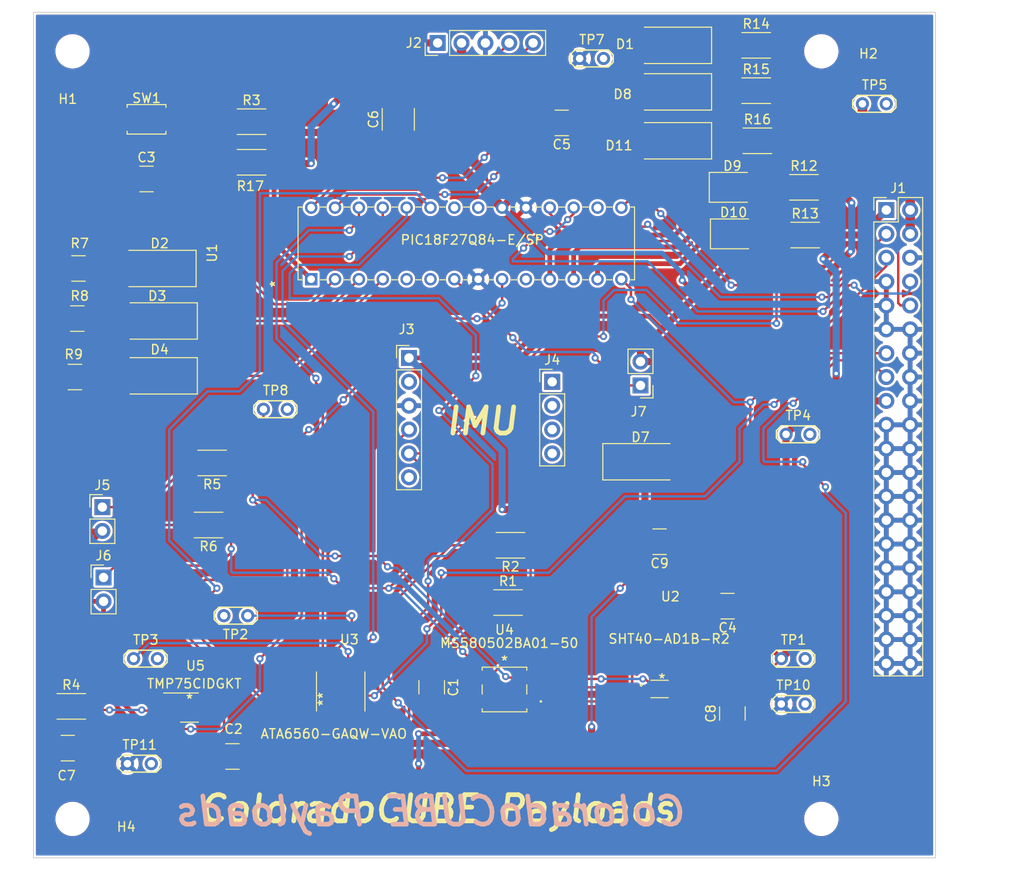
<source format=kicad_pcb>
(kicad_pcb (version 20211014) (generator pcbnew)
  (layers (0 "F.Cu" signal) (31 "B.Cu" signal) (34 "B.Paste" user) (35 "F.Paste" user) (36 "B.SilkS" user "B.Silkscreen") (37 "F.SilkS" user "F.Silkscreen") (38 "B.Mask" user) (39 "F.Mask" user) (44 "Edge.Cuts" user))
  (net 0 "")
  (net 1 "Net-(C1-Pad1)")
  (net 2 "GND")
  (net 3 "/+5V_VDD")
  (net 5 "/LED_1")
  (net 6 "/LED_2")
  (net 7 "/LED_3")
  (net 8 "/LED_4")
  (net 9 "/LED_5")
  (net 11 "/RC6_TX")
  (net 12 "/RC7_RX")
  (net 13 "/CAN_Transceiver/CANH")
  (net 14 "/CAN_Transceiver/CANL")
  (net 15 "/MCLR")
  (net 16 "/ICSPD")
  (net 17 "/ICSPC")
  (net 18 "/SDA_RC4")
  (net 19 "/SCL_RC3")
  (net 20 "/CAN_Transceiver/CAN_RX")
  (net 21 "/CAN_Transceiver/CAN_TX")
  (net 22 "Net-(J7-Pad1)")
  (net 25 "/CAN_Transceiver/NSIL")
  (net 26 "/CAN_Transceiver/STBY")
  (net 27 "/CAN_Transceiver/PWR")
  (net 29 "/+3V3_VDD")
  (net 31 "Net-(D9-Pad2)")
  (net 32 "Net-(D10-Pad2)")
  (net 33 "Net-(D1-Pad1)")
  (net 34 "/RC0_D11")
  (net 35 "Net-(D8-Pad1)")
  (net 36 "/RC1_D12")
  (net 37 "Net-(D11-Pad1)")
  (net 38 "/RC2_D13")
  (net 39 "Net-(C3-Pad2)")
  (net 45 "Net-(J5-Pad1)")
  (net 46 "Net-(J6-Pad1)")
  (net 47 "Net-(R7-Pad1)")
  (net 48 "Net-(R8-Pad1)")
  (net 49 "Net-(R9-Pad1)")
  (net 50 "/ALERT_TEM")
  (footprint "TestPoint:TestPoint_2Pads_Pitch2.54mm_Drill0.8mm" (layer "F.Cu") (at 162.306 46.863)
    (fp_text reference "TP7")
    (fp_text value "TestPoint")
  )
  (footprint "MountingHole:MountingHole_3mm" (layer "F.Cu") (at 108.331 127.801)
    (fp_text reference "H4")
    (fp_text value "3mm_Mounting_Hole")
  )
  (footprint "Capacitor_SMD:C_1210_3225Metric_Pad1.33x2.70mm_HandSolder" (layer "F.Cu") (at 146.558 113.792 -90)
    (fp_text reference "C1")
    (fp_text value "4.7nF")
  )
  (footprint "MountingHole:MountingHole_3mm" (layer "F.Cu") (at 188.031 46.101)
    (fp_text reference "H2")
    (fp_text value "3mm_Mounting_Hole")
  )
  (footprint "Resistor_SMD:R_1210_3225Metric_Pad1.30x2.65mm_HandSolder" (layer "F.Cu") (at 108.839 74.549 180)
    (fp_text reference "R8")
    (fp_text value "330")
  )
  (footprint "LED_SMD:LED_2512_6332Metric_Pad1.52x3.35mm_HandSolder" (layer "F.Cu") (at 117.475 69.215 180)
    (fp_text reference "D2")
    (fp_text value "RED")
  )
  (footprint "Capacitor_SMD:C_1210_3225Metric_Pad1.33x2.70mm_HandSolder" (layer "F.Cu") (at 170.815 98.298 180)
    (fp_text reference "C9")
    (fp_text value "22uF")
  )
  (footprint "MS5805:MS580502BA01-50" (layer "F.Cu") (at 154.305 114.02695 180)
    (fp_text reference "U4")
    (fp_text value "MS580502BA01-50")
  )
  (footprint "Capacitor_SMD:C_1210_3225Metric_Pad1.33x2.70mm_HandSolder" (layer "F.Cu") (at 116.205 59.69)
    (fp_text reference "C3")
    (fp_text value "0.1uF")
  )
  (footprint "Capacitor_SMD:C_1210_3225Metric_Pad1.33x2.70mm_HandSolder" (layer "F.Cu") (at 178.054 105.156 180)
    (fp_text reference "C4")
    (fp_text value "0.1uF")
  )
  (footprint "footprintsSP:PIC18F27Q84-E&slash_SP" (layer "F.Cu") (at 133.731 70.358 90)
    (fp_text reference "U1")
    (fp_text value "PIC18F27Q84-E/SP")
  )
  (footprint "Connector_PinHeader_2.54mm:PinHeader_1x04_P2.54mm_Vertical" (layer "F.Cu") (at 159.385 81.28)
    (fp_text reference "J4")
    (fp_text value "Conn_01x04")
  )
  (footprint "Resistor_SMD:R_1210_3225Metric_Pad1.30x2.65mm_HandSolder" (layer "F.Cu") (at 108.585 80.772 180)
    (fp_text reference "R9")
    (fp_text value "330")
  )
  (footprint "Resistor_SMD:R_2010_5025Metric_Pad1.40x2.65mm_HandSolder" (layer "F.Cu") (at 123.19 89.916 180)
    (fp_text reference "R5")
    (fp_text value "10k")
  )
  (footprint "MountingHole:MountingHole_3mm" (layer "F.Cu") (at 188.031 127.801)
    (fp_text reference "H3")
    (fp_text value "3mm_Mounting_Hole")
  )
  (footprint "LED_SMD:LED_2512_6332Metric_Pad1.52x3.35mm_HandSolder" (layer "F.Cu") (at 172.339 55.626 180)
    (fp_text reference "D11")
    (fp_text value "LED_Filled")
  )
  (footprint "TestPoint:TestPoint_2Pads_Pitch2.54mm_Drill0.8mm" (layer "F.Cu") (at 126.98 106.172 180)
    (fp_text reference "TP2")
    (fp_text value "TestPoint")
  )
  (footprint "tem_sensor:SHT40-AD1B-R2" (layer "F.Cu") (at 170.815 113.97295)
    (fp_text reference "U2")
    (fp_text value "SHT40-AD1B-R2")
  )
  (footprint "Resistor_SMD:R_2010_5025Metric_Pad1.40x2.65mm_HandSolder" (layer "F.Cu") (at 122.809 96.52 180)
    (fp_text reference "R6")
    (fp_text value "10k")
  )
  (footprint "TestPoint:TestPoint_2Pads_Pitch2.54mm_Drill0.8mm" (layer "F.Cu") (at 128.651 84.201)
    (fp_text reference "TP8")
    (fp_text value "TestPoint")
  )
  (footprint "Connector_PinHeader_2.54mm:PinHeader_1x06_P2.54mm_Vertical" (layer "F.Cu") (at 144.145 78.74)
    (fp_text reference "J3")
    (fp_text value "Conn_01x06")
  )
  (footprint "Capacitor_SMD:C_1210_3225Metric_Pad1.33x2.70mm_HandSolder" (layer "F.Cu") (at 125.349 121.158 180)
    (fp_text reference "C2")
    (fp_text value "100nF")
  )
  (footprint "TestPoint:TestPoint_2Pads_Pitch2.54mm_Drill0.8mm" (layer "F.Cu") (at 183.769 110.744)
    (fp_text reference "TP1")
    (fp_text value "TestPoint")
  )
  (footprint "Resistor_SMD:R_2010_5025Metric_Pad1.40x2.65mm_HandSolder" (layer "F.Cu") (at 181.229 55.626)
    (fp_text reference "R16")
    (fp_text value "1k")
  )
  (footprint "Resistor_SMD:R_2010_5025Metric_Pad1.40x2.65mm_HandSolder" (layer "F.Cu") (at 154.94 98.679 180)
    (fp_text reference "R2")
    (fp_text value "60")
  )
  (footprint "Resistor_SMD:R_2010_5025Metric_Pad1.40x2.65mm_HandSolder" (layer "F.Cu") (at 181.102 45.466)
    (fp_text reference "R14")
    (fp_text value "1k")
  )
  (footprint "TestPoint:TestPoint_2Pads_Pitch2.54mm_Drill0.8mm" (layer "F.Cu") (at 192.405 51.689)
    (fp_text reference "TP5")
    (fp_text value "TestPoint")
  )
  (footprint "TestPoint:TestPoint_2Pads_Pitch2.54mm_Drill0.8mm" (layer "F.Cu") (at 183.769 115.57)
    (fp_text reference "TP10")
    (fp_text value "TestPoint")
  )
  (footprint "LED_SMD:LED_1210_3225Metric_Pad1.42x2.65mm_HandSolder" (layer "F.Cu") (at 178.562 60.579)
    (fp_text reference "D9")
    (fp_text value "RED")
  )
  (footprint "LED_SMD:LED_2512_6332Metric_Pad1.52x3.35mm_HandSolder" (layer "F.Cu") (at 172.339 45.466 180)
    (fp_text reference "D1")
    (fp_text value "LED_Filled")
  )
  (footprint "Button_Switch_SMD:SW_Push_SPST_NO_Alps_SKRK" (layer "F.Cu") (at 116.205 53.34)
    (fp_text reference "SW1")
    (fp_text value "SW_SPST")
  )
  (footprint "Connector_PinHeader_2.54mm:PinHeader_1x02_P2.54mm_Vertical" (layer "F.Cu") (at 168.783 81.666 180)
    (fp_text reference "J7")
    (fp_text value "Conn_01x02")
  )
  (footprint "MountingHole:MountingHole_3mm" (layer "F.Cu") (at 108.331 46.101)
    (fp_text reference "H1")
    (fp_text value "3mm_Mounting_Hole")
  )
  (footprint "Diode_SMD:D_2512_6332Metric_Pad1.52x3.35mm_HandSolder" (layer "F.Cu") (at 168.783 89.789)
    (fp_text reference "D7")
    (fp_text value "DIODE")
  )
  (footprint "Resistor_SMD:R_2010_5025Metric_Pad1.40x2.65mm_HandSolder" (layer "F.Cu") (at 181.102 50.292)
    (fp_text reference "R15")
    (fp_text value "1k")
  )
  (footprint "TestPoint:TestPoint_2Pads_Pitch2.54mm_Drill0.8mm" (layer "F.Cu") (at 184.277 86.868)
    (fp_text reference "TP4")
    (fp_text value "TestPoint")
  )
  (footprint "Resistor_SMD:R_2010_5025Metric_Pad1.40x2.65mm_HandSolder" (layer "F.Cu") (at 186.309 65.659)
    (fp_text reference "R13")
    (fp_text value "270")
  )
  (footprint "Resistor_SMD:R_2010_5025Metric_Pad1.40x2.65mm_HandSolder" (layer "F.Cu") (at 154.686 104.775)
    (fp_text reference "R1")
    (fp_text value "60")
  )
  (footprint "CAN_footprint:ATA6560-GAQW-VAO" (layer "F.Cu") (at 136.87425 114.2365 90)
    (fp_text reference "U3")
    (fp_text value "ATA6560-GAQW-VAO")
  )
  (footprint "Resistor_SMD:R_1210_3225Metric_Pad1.30x2.65mm_HandSolder" (layer "F.Cu") (at 108.966 69.215 180)
    (fp_text reference "R7")
    (fp_text value "330")
  )
  (footprint "Resistor_SMD:R_2010_5025Metric_Pad1.40x2.65mm_HandSolder" (layer "F.Cu") (at 127.381 57.912)
    (fp_text reference "R17")
    (fp_text value "100")
  )
  (footprint "Capacitor_SMD:C_1210_3225Metric_Pad1.33x2.70mm_HandSolder" (layer "F.Cu") (at 160.401 53.721 180)
    (fp_text reference "C5")
    (fp_text value "0.1uF")
  )
  (footprint "Capacitor_SMD:C_1812_4532Metric_Pad1.57x3.40mm_HandSolder" (layer "F.Cu") (at 143.002 53.34 90)
    (fp_text reference "C6")
    (fp_text value "0.1uF")
  )
  (footprint "Resistor_SMD:R_2010_5025Metric_Pad1.40x2.65mm_HandSolder" (layer "F.Cu") (at 108.204 115.824)
    (fp_text reference "R4")
    (fp_text value "10K")
  )
  (footprint "Resistor_SMD:R_2010_5025Metric_Pad1.40x2.65mm_HandSolder" (layer "F.Cu") (at 186.182 60.579)
    (fp_text reference "R12")
    (fp_text value "470")
  )
  (footprint "TEM_S:TMP75CIDGKT" (layer "F.Cu") (at 120.777 115.951)
    (fp_text reference "U5")
    (fp_text value "TMP75CIDGKT")
  )
  (footprint "Resistor_SMD:R_2010_5025Metric_Pad1.40x2.65mm_HandSolder" (layer "F.Cu") (at 127.381 53.594)
    (fp_text reference "R3")
    (fp_text value "10K")
  )
  (footprint "TestPoint:TestPoint_2Pads_Pitch2.54mm_Drill0.8mm" (layer "F.Cu") (at 114.828 110.744)
    (fp_text reference "TP3")
    (fp_text value "TestPoint")
  )
  (footprint "TestPoint:TestPoint_2Pads_Pitch2.54mm_Drill0.8mm" (layer "F.Cu") (at 114.173 121.92)
    (fp_text reference "TP11")
    (fp_text value "TestPoint")
  )
  (footprint "Connector_PinHeader_2.54mm:PinHeader_1x05_P2.54mm_Vertical" (layer "F.Cu") (at 147.193 45.212 90)
    (fp_text reference "J2")
    (fp_text value "Generic_Conn_01x05")
  )
  (footprint "LED_SMD:LED_2512_6332Metric_Pad1.52x3.35mm_HandSolder" (layer "F.Cu") (at 117.602 80.645 180)
    (fp_text reference "D4")
    (fp_text value "YELLOW")
  )
  (footprint "Capacitor_SMD:C_1210_3225Metric_Pad1.33x2.70mm_HandSolder" (layer "F.Cu") (at 107.823 120.269 180)
    (fp_text reference "C7")
    (fp_text value "0.1uF")
  )
  (footprint "Capacitor_SMD:C_1210_3225Metric_Pad1.33x2.70mm_HandSolder" (layer "F.Cu") (at 178.562 116.586 90)
    (fp_text reference "C8")
    (fp_text value "0.1uF")
  )
  (footprint "Connector_PinHeader_2.54mm:PinHeader_1x02_P2.54mm_Vertical" (layer "F.Cu") (at 111.633 102.108)
    (fp_text reference "J6")
    (fp_text value "Conn_01x02")
  )
  (footprint "LED_SMD:LED_1210_3225Metric_Pad1.42x2.65mm_HandSolder" (layer "F.Cu") (at 178.689 65.532)
    (fp_text reference "D10")
    (fp_text value "RED")
  )
  (footprint "Connector_PinHeader_2.54mm:PinHeader_1x02_P2.54mm_Vertical" (layer "F.Cu") (at 111.506 94.615)
    (fp_text reference "J5")
    (fp_text value "Conn_01x02")
  )
  (footprint "LED_SMD:LED_2512_6332Metric_Pad1.52x3.35mm_HandSolder" (layer "F.Cu") (at 117.602 74.803 180)
    (fp_text reference "D3")
    (fp_text value "GREEN")
  )
  (footprint "LED_SMD:LED_2512_6332Metric_Pad1.52x3.35mm_HandSolder" (layer "F.Cu") (at 172.339 50.419 180)
    (fp_text reference "D8")
    (fp_text value "LED_Filled")
  )
  (footprint "Connector_PinHeader_2.54mm:PinHeader_2x20_P2.54mm_Vertical" (layer "F.Cu") (at 194.945 62.992)
    (fp_text reference "J1")
    (fp_text value "Conn_02x20_Odd_Even")
  )
  (gr_rect (start 104.181 41.951) (end 200.181 131.951) (layer "Edge.Cuts") (width 0.1) (fill none))
  (gr_text "ColoradoCUBE Payloads" (at 146.558 127) (layer "B.SilkS") (effects (font (size 3 3) (thickness 0.5) italic) (justify mirror)))
  (gr_text "ColoradoCUBE Payloads" (at 147.193 126.746) (layer "F.SilkS") (effects (font (size 2.794 2.794) (thickness 0.5) italic)))
  (gr_text "IMU" (at 151.892 85.471) (layer "F.SilkS") (effects (font (size 2.794 2.794) (thickness 0.5) italic)))
  (segment (start 157.086 107.074) (end 157.086 104.775) (width 0.508) (layer "F.Cu") (net 1))
  (segment (start 156.972 107.188) (end 157.086 107.074) (width 0.508) (layer "F.Cu") (net 1))
  (segment (start 146.558 112.2295) (end 146.558 110.617) (width 0.508) (layer "F.Cu") (net 1))
  (segment (start 157.086 98.933) (end 157.34 98.679) (width 0.254) (layer "F.Cu") (net 1))
  (segment (start 157.086 104.775) (end 157.086 98.933) (width 0.254) (layer "F.Cu") (net 1))
  (segment (start 146.558 110.617) (end 149.987 107.188) (width 0.508) (layer "F.Cu") (net 1))
  (segment (start 149.987 107.188) (end 156.972 107.188) (width 0.508) (layer "F.Cu") (net 1))
  (segment (start 196.723 59.944) (end 189.217 59.944) (width 1.016) (layer "F.Cu") (net 3))
  (segment (start 149.733 45.212) (end 149.733 50.673) (width 1.016) (layer "F.Cu") (net 3))
  (segment (start 191.262 62.23) (end 189.611 60.579) (width 0.762) (layer "F.Cu") (net 3))
  (segment (start 192.405 56.756) (end 192.405 51.689) (width 1.016) (layer "F.Cu") (net 3))
  (segment (start 170.312 79.126) (end 168.783 79.126) (width 0.762) (layer "F.Cu") (net 3))
  (segment (start 174.6885 72.0725) (end 178.181 68.58) (width 0.762) (layer "F.Cu") (net 3))
  (segment (start 197.485 60.706) (end 196.723 59.944) (width 1.016) (layer "F.Cu") (net 3))
  (segment (start 130.924 54.737) (end 129.781 53.594) (width 0.762) (layer "F.Cu") (net 3))
  (segment (start 154.051 94.869) (end 160.7155 94.869) (width 0.762) (layer "F.Cu") (net 3))
  (segment (start 143.002 51.2025) (end 149.2035 51.2025) (width 0.762) (layer "F.Cu") (net 3))
  (segment (start 165.7955 89.789) (end 165.989 89.789) (width 0.762) (layer "F.Cu") (net 3))
  (segment (start 178.181 68.58) (end 185.42 68.58) (width 0.762) (layer "F.Cu") (net 3))
  (segment (start 171.704 84.074) (end 171.704 80.518) (width 0.762) (layer "F.Cu") (net 3))
  (segment (start 168.783 79.126) (end 168.783 77.978) (width 0.762) (layer "F.Cu") (net 3))
  (segment (start 189.611 60.579) (end 188.582 60.579) (width 0.762) (layer "F.Cu") (net 3))
  (segment (start 186.69 69.85) (end 188.722 69.85) (width 0.762) (layer "F.Cu") (net 3))
  (segment (start 143.002 51.2025) (end 140.5675 51.2025) (width 0.762) (layer "F.Cu") (net 3))
  (segment (start 159.385 74.295) (end 169.672 74.295) (width 0.508) (layer "F.Cu") (net 3))
  (segment (start 149.2035 51.2025) (end 149.733 50.673) (width 0.762) (layer "F.Cu") (net 3))
  (segment (start 174.6885 71.9455) (end 174.6885 72.0725) (width 0.508) (layer "F.Cu") (net 3))
  (segment (start 149.733 58.42) (end 154.051 62.738) (width 1.016) (layer "F.Cu") (net 3))
  (segment (start 140.5675 51.2025) (end 137.033 54.737) (width 0.762) (layer "F.Cu") (net 3))
  (segment (start 171.069 75.692) (end 174.6885 72.0725) (width 0.762) (layer "F.Cu") (net 3))
  (segment (start 169.672 74.295) (end 171.069 75.692) (width 0.508) (layer "F.Cu") (net 3))
  (segment (start 137.033 54.737) (end 130.924 54.737) (width 0.762) (layer "F.Cu") (net 3))
  (segment (start 160.7155 94.869) (end 165.7955 89.789) (width 0.762) (layer "F.Cu") (net 3))
  (segment (start 188.582 60.579) (end 192.405 56.756) (width 1.016) (layer "F.Cu") (net 3))
  (segment (start 165.989 89.789) (end 171.704 84.074) (width 0.762) (layer "F.Cu") (net 3))
  (segment (start 144.145 78.74) (end 154.94 78.74) (width 0.508) (layer "F.Cu") (net 3))
  (segment (start 185.42 68.58) (end 186.69 69.85) (width 0.762) (layer "F.Cu") (net 3))
  (segment (start 173.228 70.485) (end 174.6885 71.9455) (width 0.508) (layer "F.Cu") (net 3))
  (segment (start 197.485 65.532) (end 197.485 62.992) (width 1.016) (layer "F.Cu") (net 3))
  (segment (start 197.485 62.992) (end 197.485 60.706) (width 1.016) (layer "F.Cu") (net 3))
  (segment (start 149.733 50.673) (end 149.733 58.42) (width 1.016) (layer "F.Cu") (net 3))
  (segment (start 158.8385 57.9505) (end 154.051 62.738) (width 0.762) (layer "F.Cu") (net 3))
  (segment (start 189.217 59.944) (end 188.582 60.579) (width 1.016) (layer "F.Cu") (net 3))
  (segment (start 188.722 69.85) (end 191.135 67.437) (width 0.762) (layer "F.Cu") (net 3))
  (segment (start 154.94 78.74) (end 159.385 74.295) (width 0.508) (layer "F.Cu") (net 3))
  (segment (start 158.8385 53.721) (end 158.8385 57.9505) (width 0.762) (layer "F.Cu") (net 3))
  (segment (start 171.704 80.518) (end 170.312 79.126) (width 0.762) (layer "F.Cu") (net 3))
  (segment (start 168.783 77.978) (end 171.069 75.692) (width 0.762) (layer "F.Cu") (net 3))
  (via (at 154.051 94.869) (size 0.762) (drill 0.381) (layers "F.Cu" "B.Cu") (net 3))
  (via (at 191.135 67.437) (size 0.762) (drill 0.381) (layers "F.Cu" "B.Cu") (net 3))
  (via (at 173.228 70.485) (size 0.762) (drill 0.381) (layers "F.Cu" "B.Cu") (net 3))
  (via (at 191.262 62.23) (size 0.762) (drill 0.381) (layers "F.Cu" "B.Cu") (net 3))
  (segment (start 154.051 62.738) (end 158.877 67.564) (width 0.508) (layer "B.Cu") (net 3))
  (segment (start 173.228 69.723) (end 173.228 70.485) (width 0.508) (layer "B.Cu") (net 3))
  (segment (start 158.877 67.564) (end 171.069 67.564) (width 0.508) (layer "B.Cu") (net 3))
  (segment (start 191.262 67.31) (end 191.262 62.23) (width 0.762) (layer "B.Cu") (net 3))
  (segment (start 154.051 94.869) (end 154.051 88.646) (width 0.762) (layer "B.Cu") (net 3))
  (segment (start 171.069 67.564) (end 173.228 69.723) (width 0.508) (layer "B.Cu") (net 3))
  (segment (start 154.051 88.646) (end 144.145 78.74) (width 0.762) (layer "B.Cu") (net 3))
  (segment (start 191.135 67.437) (end 191.262 67.31) (width 0.762) (layer "B.Cu") (net 3))
  (segment (start 120.4625 69.215) (end 125.984 69.215) (width 0.254) (layer "F.Cu") (net 5))
  (segment (start 133.604 73.025) (end 136.271 70.358) (width 0.254) (layer "F.Cu") (net 5))
  (segment (start 125.984 69.215) (end 129.794 73.025) (width 0.254) (layer "F.Cu") (net 5))
  (segment (start 129.794 73.025) (end 133.604 73.025) (width 0.254) (layer "F.Cu") (net 5))
  (segment (start 134.366 74.803) (end 138.811 70.358) (width 0.254) (layer "F.Cu") (net 6))
  (segment (start 120.5895 74.803) (end 134.366 74.803) (width 0.254) (layer "F.Cu") (net 6))
  (segment (start 131.064 80.645) (end 141.351 70.358) (width 0.254) (layer "F.Cu") (net 7))
  (segment (start 120.5895 80.645) (end 131.064 80.645) (width 0.254) (layer "F.Cu") (net 7))
  (segment (start 161.036 64.008) (end 161.671 63.373) (width 0.254) (layer "F.Cu") (net 11))
  (segment (start 188.214 73.787) (end 191.008 70.993) (width 0.254) (layer "F.Cu") (net 11))
  (segment (start 158.115 65.278) (end 159.131 65.278) (width 0.254) (layer "F.Cu") (net 11))
  (segment (start 161.671 63.373) (end 161.671 62.738) (width 0.254) (layer "F.Cu") (net 11))
  (segment (start 191.008 70.993) (end 191.516 70.993) (width 0.254) (layer "F.Cu") (net 11))
  (segment (start 156.337 67.056) (end 158.115 65.278) (width 0.254) (layer "F.Cu") (net 11))
  (via (at 188.214 73.787) (size 0.762) (drill 0.381) (layers "F.Cu" "B.Cu") (net 11))
  (via (at 156.337 67.056) (size 0.762) (drill 0.381) (layers "F.Cu" "B.Cu") (net 11))
  (via (at 159.131 65.278) (size 0.762) (drill 0.381) (layers "F.Cu" "B.Cu") (net 11))
  (via (at 191.516 70.993) (size 0.762) (drill 0.381) (layers "F.Cu" "B.Cu") (net 11))
  (via (at 161.036 64.008) (size 0.762) (drill 0.381) (layers "F.Cu" "B.Cu") (net 11))
  (segment (start 155.194 68.199) (end 156.337 67.056) (width 0.254) (layer "B.Cu") (net 11))
  (segment (start 191.516 70.993) (end 192.405 71.882) (width 0.254) (layer "B.Cu") (net 11))
  (segment (start 197.485 71.501) (end 197.485 70.612) (width 0.254) (layer "B.Cu") (net 11))
  (segment (start 169.545 68.453) (end 155.194 68.453) (width 0.254) (layer "B.Cu") (net 11))
  (segment (start 170.18 69.088) (end 169.545 68.453) (width 0.254) (layer "B.Cu") (net 11))
  (segment (start 192.405 71.882) (end 197.104 71.882) (width 0.254) (layer "B.Cu") (net 11))
  (segment (start 174.879 73.787) (end 170.18 69.088) (width 0.254) (layer "B.Cu") (net 11))
  (segment (start 188.214 73.787) (end 174.879 73.787) (width 0.254) (layer "B.Cu") (net 11))
  (segment (start 197.104 71.882) (end 197.485 71.501) (width 0.254) (layer "B.Cu") (net 11))
  (segment (start 155.194 68.453) (end 155.194 68.199) (width 0.254) (layer "B.Cu") (net 11))
  (segment (start 159.766 65.278) (end 161.036 64.008) (width 0.254) (layer "B.Cu") (net 11))
  (segment (start 159.131 65.278) (end 159.766 65.278) (width 0.254) (layer "B.Cu") (net 11))
  (segment (start 196.088 66.802) (end 196.215 66.929) (width 0.254) (layer "F.Cu") (net 12))
  (segment (start 159.131 63.373) (end 160.528 64.77) (width 0.254) (layer "F.Cu") (net 12))
  (segment (start 159.131 62.738) (end 159.131 63.373) (width 0.254) (layer "F.Cu") (net 12))
  (segment (start 194.31 66.802) (end 196.088 66.802) (width 0.254) (layer "F.Cu") (net 12))
  (segment (start 196.469 73.152) (end 197.485 73.152) (width 0.254) (layer "F.Cu") (net 12))
  (segment (start 196.215 66.929) (end 196.215 72.898) (width 0.254) (layer "F.Cu") (net 12))
  (segment (start 188.849 72.263) (end 194.31 66.802) (width 0.254) (layer "F.Cu") (net 12))
  (segment (start 196.215 72.898) (end 196.469 73.152) (width 0.254) (layer "F.Cu") (net 12))
  (segment (start 188.087 72.263) (end 188.849 72.263) (width 0.254) (layer "F.Cu") (net 12))
  (segment (start 160.528 64.77) (end 169.291 64.77) (width 0.254) (layer "F.Cu") (net 12))
  (segment (start 169.291 64.77) (end 169.545 64.516) (width 0.254) (layer "F.Cu") (net 12))
  (via (at 169.545 64.516) (size 0.762) (drill 0.381) (layers "F.Cu" "B.Cu") (net 12))
  (via (at 188.087 72.263) (size 0.762) (drill 0.381) (layers "F.Cu" "B.Cu") (net 12))
  (segment (start 177.292 72.263) (end 188.087 72.263) (width 0.254) (layer "B.Cu") (net 12))
  (segment (start 169.545 64.516) (end 177.292 72.263) (width 0.254) (layer "B.Cu") (net 12))
  (segment (start 136.23925 112.74425) (end 137.795 114.3) (width 0.254) (layer "F.Cu") (net 13))
  (segment (start 138.049 108.204) (end 136.23925 110.01375) (width 0.254) (layer "F.Cu") (net 13))
  (segment (start 188.468 78.232) (end 194.945 78.232) (width 0.254) (layer "F.Cu") (net 13))
  (segment (start 147.701 104.775) (end 147.574 104.648) (width 0.254) (layer "F.Cu") (net 13))
  (segment (start 146.05 107.569) (end 147.574 106.045) (width 0.254) (layer "F.Cu") (net 13))
  (segment (start 183.007 83.693) (end 188.468 78.232) (width 0.254) (layer "F.Cu") (net 13))
  (segment (start 138.176 114.681) (end 140.462 114.681) (width 0.254) (layer "F.Cu") (net 13))
  (segment (start 136.23925 111.5822) (end 136.23925 112.74425) (width 0.254) (layer "F.Cu") (net 13))
  (segment (start 147.574 106.045) (end 147.574 104.648) (width 0.254) (layer "F.Cu") (net 13))
  (segment (start 136.23925 110.01375) (end 136.23925 111.5822) (width 0.254) (layer "F.Cu") (net 13))
  (segment (start 137.795 114.3) (end 138.176 114.681) (width 0.254) (layer "F.Cu") (net 13))
  (segment (start 147.574 104.648) (end 147.574 101.6) (width 0.254) (layer "F.Cu") (net 13))
  (segment (start 152.286 104.775) (end 147.701 104.775) (width 0.254) (layer "F.Cu") (net 13))
  (segment (start 138.049 106.172) (end 138.049 108.204) (width 0.254) (layer "F.Cu") (net 13))
  (via (at 140.462 114.681) (size 0.762) (drill 0.381) (layers "F.Cu" "B.Cu") (net 13))
  (via (at 146.05 107.569) (size 0.762) (drill 0.381) (layers "F.Cu" "B.Cu") (net 13))
  (via (at 138.049 106.172) (size 0.762) (drill 0.381) (layers "F.Cu" "B.Cu") (net 13))
  (via (at 183.007 83.693) (size 0.762) (drill 0.381) (layers "F.Cu" "B.Cu") (net 13))
  (via (at 147.574 101.6) (size 0.762) (drill 0.381) (layers "F.Cu" "B.Cu") (net 13))
  (segment (start 159.004 101.6) (end 167.132 93.472) (width 0.254) (layer "B.Cu") (net 13))
  (segment (start 179.324 89.789) (end 179.324 86.233) (width 0.254) (layer "B.Cu") (net 13))
  (segment (start 146.05 109.093) (end 146.05 107.569) (width 0.254) (layer "B.Cu") (net 13))
  (segment (start 175.641 93.472) (end 179.324 89.789) (width 0.254) (layer "B.Cu") (net 13))
  (segment (start 179.324 86.233) (end 181.864 83.693) (width 0.254) (layer "B.Cu") (net 13))
  (segment (start 140.462 114.681) (end 146.05 109.093) (width 0.254) (layer "B.Cu") (net 13))
  (segment (start 181.864 83.693) (end 183.007 83.693) (width 0.254) (layer "B.Cu") (net 13))
  (segment (start 126.98 106.172) (end 138.049 106.172) (width 0.254) (layer "B.Cu") (net 13))
  (segment (start 147.574 101.6) (end 159.004 101.6) (width 0.254) (layer "B.Cu") (net 13))
  (segment (start 167.132 93.472) (end 175.641 93.472) (width 0.254) (layer "B.Cu") (net 13))
  (segment (start 185.801 90.043) (end 186.055 89.789) (width 0.254) (layer "F.Cu") (net 14))
  (segment (start 137.922 113.157) (end 140.335 113.157) (width 0.254) (layer "F.Cu") (net 14))
  (segment (start 143.002 115.443) (end 141.351 113.792) (width 0.254) (layer "F.Cu") (net 14))
  (segment (start 189.611 78.994) (end 193.167 78.994) (width 0.254) (layer "F.Cu") (net 14))
  (segment (start 137.50925 112.74425) (end 137.922 113.157) (width 0.254) (layer "F.Cu") (net 14))
  (segment (start 141.351 113.792) (end 141.351 112.141) (width 0.254) (layer "F.Cu") (net 14))
  (segment (start 141.351 105.918) (end 148.59 98.679) (width 0.254) (layer "F.Cu") (net 14))
  (segment (start 141.351 112.141) (end 141.351 105.918) (width 0.254) (layer "F.Cu") (net 14))
  (segment (start 137.668 111.42345) (end 137.50925 111.5822) (width 0.254) (layer "F.Cu") (net 14))
  (segment (start 185.039 83.566) (end 189.611 78.994) (width 0.254) (layer "F.Cu") (net 14))
  (segment (start 137.50925 111.5822) (end 137.50925 112.74425) (width 0.254) (layer "F.Cu") (net 14))
  (segment (start 186.055 90.043) (end 185.801 90.043) (width 0.254) (layer "F.Cu") (net 14))
  (segment (start 140.335 113.157) (end 141.351 112.141) (width 0.254) (layer "F.Cu") (net 14))
  (segment (start 193.167 78.994) (end 194.945 80.772) (width 0.254) (layer "F.Cu") (net 14))
  (segment (start 137.668 109.982) (end 137.668 111.42345) (width 0.254) (layer "F.Cu") (net 14))
  (segment (start 148.59 98.679) (end 152.54 98.679) (width 0.254) (layer "F.Cu") (net 14))
  (segment (start 188.468 92.456) (end 186.055 90.043) (width 0.254) (layer "F.Cu") (net 14))
  (via (at 137.668 109.982) (size 0.762) (drill 0.381) (layers "F.Cu" "B.Cu") (net 14))
  (via (at 143.002 115.443) (size 0.762) (drill 0.381) (layers "F.Cu" "B.Cu") (net 14))
  (via (at 188.468 92.456) (size 0.762) (drill 0.381) (layers "F.Cu" "B.Cu") (net 14))
  (via (at 186.055 89.789) (size 0.762) (drill 0.381) (layers "F.Cu" "B.Cu") (net 14))
  (via (at 185.039 83.566) (size 0.762) (drill 0.381) (layers "F.Cu" "B.Cu") (net 14))
  (segment (start 184.531 83.566) (end 185.039 83.566) (width 0.254) (layer "B.Cu") (net 14))
  (segment (start 188.468 93.091) (end 188.468 92.837) (width 0.254) (layer "B.Cu") (net 14))
  (segment (start 186.055 89.789) (end 181.991 89.789) (width 0.254) (layer "B.Cu") (net 14))
  (segment (start 114.828 110.744) (end 116.479 109.093) (width 0.254) (layer "B.Cu") (net 14))
  (segment (start 181.991 89.789) (end 181.864 89.662) (width 0.254) (layer "B.Cu") (net 14))
  (segment (start 143.002 115.443) (end 150.241 122.682) (width 0.254) (layer "B.Cu") (net 14))
  (segment (start 190.627 95.25) (end 188.468 93.091) (width 0.254) (layer "B.Cu") (net 14))
  (segment (start 183.261 122.682) (end 190.627 115.316) (width 0.254) (layer "B.Cu") (net 14))
  (segment (start 116.479 109.093) (end 136.779 109.093) (width 0.254) (layer "B.Cu") (net 14))
  (segment (start 188.595 92.71) (end 188.468 92.583) (width 0.254) (layer "B.Cu") (net 14))
  (segment (start 136.779 109.093) (end 137.668 109.982) (width 0.254) (layer "B.Cu") (net 14))
  (segment (start 181.864 86.233) (end 184.531 83.566) (width 0.254) (layer "B.Cu") (net 14))
  (segment (start 188.468 92.583) (end 188.468 92.456) (width 0.254) (layer "B.Cu") (net 14))
  (segment (start 188.468 92.837) (end 188.595 92.71) (width 0.254) (layer "B.Cu") (net 14))
  (segment (start 181.864 89.662) (end 181.864 86.233) (width 0.254) (layer "B.Cu") (net 14))
  (segment (start 190.627 115.316) (end 190.627 95.25) (width 0.254) (layer "B.Cu") (net 14))
  (segment (start 150.241 122.682) (end 183.261 122.682) (width 0.254) (layer "B.Cu") (net 14))
  (segment (start 129.781 57.912) (end 129.781 66.408) (width 0.508) (layer "F.Cu") (net 15))
  (segment (start 129.781 66.408) (end 133.731 70.358) (width 0.508) (layer "F.Cu") (net 15))
  (segment (start 136.144 51.689) (end 142.621 45.212) (width 0.762) (layer "F.Cu") (net 15))
  (segment (start 133.731 58.039) (end 129.908 58.039) (width 0.762) (layer "F.Cu") (net 15))
  (segment (start 129.908 58.039) (end 129.781 57.912) (width 0.762) (layer "F.Cu") (net 15))
  (segment (start 142.621 45.212) (end 147.193 45.212) (width 0.762) (layer "F.Cu") (net 15))
  (via (at 136.144 51.689) (size 0.762) (drill 0.381) (layers "F.Cu" "B.Cu") (net 15))
  (via (at 133.731 58.039) (size 0.762) (drill 0.381) (layers "F.Cu" "B.Cu") (net 15))
  (segment (start 133.731 54.102) (end 133.731 58.039) (width 0.762) (layer "B.Cu") (net 15))
  (segment (start 136.144 51.689) (end 133.731 54.102) (width 0.762) (layer "B.Cu") (net 15))
  (segment (start 154.813 45.212) (end 152.527 47.498) (width 0.254) (layer "F.Cu") (net 16))
  (segment (start 147.701 59.563) (end 136.906 59.563) (width 0.254) (layer "F.Cu") (net 16))
  (segment (start 152.527 56.007) (end 152.527 57.023) (width 0.254) (layer "F.Cu") (net 16))
  (segment (start 152.527 47.498) (end 152.527 56.007) (width 0.254) (layer "F.Cu") (net 16))
  (segment (start 152.527 57.023) (end 152.146 57.404) (width 0.254) (layer "F.Cu") (net 16))
  (segment (start 136.906 59.563) (end 133.731 62.738) (width 0.254) (layer "F.Cu") (net 16))
  (via (at 147.701 59.563) (size 0.762) (drill 0.381) (layers "F.Cu" "B.Cu") (net 16))
  (via (at 152.146 57.404) (size 0.762) (drill 0.381) (layers "F.Cu" "B.Cu") (net 16))
  (segment (start 149.987 59.563) (end 147.701 59.563) (width 0.254) (layer "B.Cu") (net 16))
  (segment (start 152.146 57.404) (end 149.987 59.563) (width 0.254) (layer "B.Cu") (net 16))
  (segment (start 147.955 61.341) (end 137.668 61.341) (width 0.254) (layer "F.Cu") (net 17))
  (segment (start 154.813 47.752) (end 157.353 45.212) (width 0.254) (layer "F.Cu") (net 17))
  (segment (start 137.668 61.341) (end 136.271 62.738) (width 0.254) (layer "F.Cu") (net 17))
  (segment (start 153.162 59.436) (end 154.813 57.785) (width 0.254) (layer "F.Cu") (net 17))
  (segment (start 154.813 57.785) (end 154.813 47.752) (width 0.254) (layer "F.Cu") (net 17))
  (via (at 153.162 59.436) (size 0.762) (drill 0.381) (layers "F.Cu" "B.Cu") (net 17))
  (via (at 147.955 61.341) (size 0.762) (drill 0.381) (layers "F.Cu" "B.Cu") (net 17))
  (segment (start 153.162 59.436) (end 151.257 61.341) (width 0.254) (layer "B.Cu") (net 17))
  (segment (start 151.257 61.341) (end 147.955 61.341) (width 0.254) (layer "B.Cu") (net 17))
  (segment (start 137.16 103.251) (end 136.144 102.235) (width 0.254) (layer "F.Cu") (net 18))
  (segment (start 164.592 112.903) (end 158.877 112.903) (width 0.254) (layer "F.Cu") (net 18))
  (segment (start 189.484 70.993) (end 194.945 65.532) (width 0.254) (layer "F.Cu") (net 18))
  (segment (start 157.226 111.252) (end 154.159951 111.252) (width 0.254) (layer "F.Cu") (net 18))
  (segment (start 144.145 88.9) (end 146.939 88.9) (width 0.254) (layer "F.Cu") (net 18))
  (segment (start 146.939 88.9) (end 156.083 79.756) (width 0.254) (layer "F.Cu") (net 18))
  (segment (start 156.083 79.756) (end 159.385 76.454) (width 0.254) (layer "F.Cu") (net 18))
  (segment (start 169.672 62.103) (end 170.942 63.373) (width 0.254) (layer "F.Cu") (net 18))
  (segment (start 112.522 112.395) (end 112.522 108.458) (width 0.254) (layer "F.Cu") (net 18))
  (segment (start 146.685 90.932) (end 146.685 98.552) (width 0.254) (layer "F.Cu") (net 18))
  (segment (start 169.037 112.903) (end 169.291 112.903) (width 0.254) (layer "F.Cu") (net 18))
  (segment (start 125.222 99.441) (end 125.222 99.06) (width 0.254) (layer "F.Cu") (net 18))
  (segment (start 144.145 88.9) (end 146.177 90.932) (width 0.254) (layer "F.Cu") (net 18))
  (segment (start 166.751 62.738) (end 167.386 62.103) (width 0.254) (layer "F.Cu") (net 18))
  (segment (start 169.291 112.903) (end 169.960951 113.572951) (width 0.254) (layer "F.Cu") (net 18))
  (segment (start 125.209 96.52) (end 125.209 99.047) (width 0.254) (layer "F.Cu") (net 18))
  (segment (start 183.261 75.057) (end 183.261 71.12) (width 0.254) (layer "F.Cu") (net 18))
  (segment (start 178.435 70.993) (end 183.388 70.993) (width 0.254) (layer "F.Cu") (net 18))
  (segment (start 146.685 98.552) (end 141.986 103.251) (width 0.254) (layer "F.Cu") (net 18))
  (segment (start 152.655001 112.75695) (end 152.63495 112.75695) (width 0.254) (layer "F.Cu") (net 18))
  (segment (start 125.209 99.047) (end 125.222 99.06) (width 0.254) (layer "F.Cu") (net 18))
  (segment (start 115.102998 114.975998) (end 112.522 112.395) (width 0.254) (layer "F.Cu") (net 18))
  (segment (start 169.960951 113.572951) (end 170.0657 113.572951) (width 0.254) (layer "F.Cu") (net 18))
  (segment (start 123.825 100.838) (end 125.222 99.441) (width 0.254) (layer "F.Cu") (net 18))
  (segment (start 154.159951 111.252) (end 152.655001 112.75695) (width 0.254) (layer "F.Cu") (net 18))
  (segment (start 118.677002 114.975998) (end 115.102998 114.975998) (width 0.254) (layer "F.Cu") (net 18))
  (segment (start 120.142 100.838) (end 123.825 100.838) (width 0.254) (layer "F.Cu") (net 18))
  (segment (start 158.877 112.903) (end 157.226 111.252) (width 0.254) (layer "F.Cu") (net 18))
  (segment (start 112.522 108.458) (end 120.142 100.838) (width 0.254) (layer "F.Cu") (net 18))
  (segment (start 152.63495 112.75695) (end 149.86 109.982) (width 0.254) (layer "F.Cu") (net 18))
  (segment (start 141.986 103.251) (end 137.16 103.251) (width 0.254) (layer "F.Cu") (net 18))
  (segment (start 183.261 71.12) (end 183.388 70.993) (width 0.254) (layer "F.Cu") (net 18))
  (segment (start 146.177 90.932) (end 146.685 90.932) (width 0.254) (layer "F.Cu") (net 18))
  (segment (start 159.385 76.454) (end 164.846 76.454) (width 0.254) (layer "F.Cu") (net 18))
  (segment (start 167.386 62.103) (end 169.672 62.103) (width 0.254) (layer "F.Cu") (net 18))
  (segment (start 183.388 70.993) (end 189.484 70.993) (width 0.254) (layer "F.Cu") (net 18))
  (via (at 136.144 102.235) (size 0.762) (drill 0.381) (layers "F.Cu" "B.Cu") (net 18))
  (via (at 178.435 70.993) (size 0.762) (drill 0.381) (layers "F.Cu" "B.Cu") (net 18))
  (via (at 164.592 112.903) (size 0.762) (drill 0.381) (layers "F.Cu" "B.Cu") (net 18))
  (via (at 170.942 63.373) (size 0.762) (drill 0.381) (layers "F.Cu" "B.Cu") (net 18))
  (via (at 141.986 103.251) (size 0.762) (drill 0.381) (layers "F.Cu" "B.Cu") (net 18))
  (via (at 125.222 99.06) (size 0.762) (drill 0.381) (layers "F.Cu" "B.Cu") (net 18))
  (via (at 149.86 109.982) (size 0.762) (drill 0.381) (layers "F.Cu" "B.Cu") (net 18))
  (via (at 164.846 76.454) (size 0.762) (drill 0.381) (layers "F.Cu" "B.Cu") (net 18))
  (via (at 183.261 75.057) (size 0.762) (drill 0.381) (layers "F.Cu" "B.Cu") (net 18))
  (via (at 169.037 112.903) (size 0.762) (drill 0.381) (layers "F.Cu" "B.Cu") (net 18))
  (segment (start 172.212 74.422) (end 172.847 75.057) (width 0.254) (layer "B.Cu") (net 18))
  (segment (start 164.846 72.644) (end 164.973 72.517) (width 0.254) (layer "B.Cu") (net 18))
  (segment (start 169.418 71.501) (end 172.212 74.295) (width 0.254) (layer "B.Cu") (net 18))
  (segment (start 149.86 109.982) (end 143.129 103.251) (width 0.254) (layer "B.Cu") (net 18))
  (segment (start 125.222 101.473) (end 125.222 99.06) (width 0.254) (layer "B.Cu") (net 18))
  (segment (start 125.349 101.6) (end 125.222 101.473) (width 0.254) (layer "B.Cu") (net 18))
  (segment (start 164.846 76.454) (end 164.846 72.644) (width 0.254) (layer "B.Cu") (net 18))
  (segment (start 172.212 74.295) (end 172.212 74.422) (width 0.254) (layer "B.Cu") (net 18))
  (segment (start 164.973 72.517) (end 165.989 71.501) (width 0.254) (layer "B.Cu") (net 18))
  (segment (start 170.942 63.373) (end 178.435 70.866) (width 0.254) (layer "B.Cu") (net 18))
  (segment (start 168.656 112.903) (end 169.037 112.903) (width 0.254) (layer "B.Cu") (net 18))
  (segment (start 143.129 103.251) (end 141.986 103.251) (width 0.254) (layer "B.Cu") (net 18))
  (segment (start 136.144 102.235) (end 135.509 101.6) (width 0.254) (layer "B.Cu") (net 18))
  (segment (start 165.989 71.501) (end 169.418 71.501) (width 0.254) (layer "B.Cu") (net 18))
  (segment (start 178.435 70.866) (end 178.435 70.993) (width 0.254) (layer "B.Cu") (net 18))
  (segment (start 172.847 75.057) (end 183.261 75.057) (width 0.254) (layer "B.Cu") (net 18))
  (segment (start 135.509 101.6) (end 125.349 101.6) (width 0.254) (layer "B.Cu") (net 18))
  (segment (start 168.656 112.903) (end 164.592 112.903) (width 0.254) (layer "B.Cu") (net 18))
  (segment (start 122.428 102.362) (end 131.191 102.362) (width 0.254) (layer "F.Cu") (net 19))
  (segment (start 154.53995 112.75695) (end 154.432 112.649) (width 0.254) (layer "F.Cu") (net 19))
  (segment (start 180.467 83.439) (end 194.945 68.961) (width 0.254) (layer "F.Cu") (net 19))
  (segment (start 131.191 102.362) (end 131.191 97.536) (width 0.254) (layer "F.Cu") (net 19))
  (segment (start 119.38 107.188) (end 119.38 105.41) (width 0.254) (layer "F.Cu") (net 19))
  (segment (start 127.508 93.853) (end 127.508 91.834) (width 0.254) (layer "F.Cu") (net 19))
  (segment (start 167.894 113.792) (end 167.894 106.299) (width 0.254) (layer "F.Cu") (net 19))
  (segment (start 167.894 113.792) (end 156.990049 113.792) (width 0.254) (layer "F.Cu") (net 19))
  (segment (start 141.859 100.965) (end 141.224 100.33) (width 0.254) (layer "F.Cu") (net 19))
  (segment (start 141.859 88.646) (end 140.97 88.646) (width 0.254) (layer "F.Cu") (net 19))
  (segment (start 140.716 99.822) (end 136.271 99.822) (width 0.254) (layer "F.Cu") (net 19))
  (segment (start 141.224 100.33) (end 140.716 99.822) (width 0.254) (layer "F.Cu") (net 19))
  (segment (start 127.508 91.834) (end 125.59 89.916) (width 0.254) (layer "F.Cu") (net 19))
  (segment (start 119.38 105.41) (end 122.428 102.362) (width 0.254) (layer "F.Cu") (net 19))
  (segment (start 168.474949 114.372949) (end 167.894 113.792) (width 0.254) (layer "F.Cu") (net 19))
  (segment (start 155.954999 112.75695) (end 154.53995 112.75695) (width 0.254) (layer "F.Cu") (net 19))
  (segment (start 180.467 93.726) (end 180.467 84.201) (width 0.254) (layer "F.Cu") (net 19))
  (segment (start 131.191 97.536) (end 127.508 93.853) (width 0.254) (layer "F.Cu") (net 19))
  (segment (start 194.945 68.961) (end 194.945 68.072) (width 0.254) (layer "F.Cu") (net 19))
  (segment (start 170.0657 114.372949) (end 168.474949 114.372949) (width 0.254) (layer "F.Cu") (net 19))
  (segment (start 180.213 93.98) (end 180.467 93.726) (width 0.254) (layer "F.Cu") (net 19))
  (segment (start 119.832001 115.625999) (end 123.063 112.395) (width 0.254) (layer "F.Cu") (net 19))
  (segment (start 166.751 70.358) (end 167.767 71.374) (width 0.254) (layer "F.Cu") (net 19))
  (segment (start 167.767 71.374) (end 167.767 72.517) (width 0.254) (layer "F.Cu") (net 19))
  (segment (start 140.97 88.646) (end 140.97 100.076) (width 0.254) (layer "F.Cu") (net 19))
  (segment (start 128.651 84.201) (end 128.651 86.855) (width 0.254) (layer "F.Cu") (net 19))
  (segment (start 123.063 112.395) (end 123.063 110.871) (width 0.254) (layer "F.Cu") (net 19))
  (segment (start 128.651 86.855) (end 125.59 89.916) (width 0.254) (layer "F.Cu") (net 19))
  (segment (start 144.145 86.36) (end 141.859 88.646) (width 0.254) (layer "F.Cu") (net 19))
  (segment (start 167.894 106.299) (end 180.213 93.98) (width 0.254) (layer "F.Cu") (net 19))
  (segment (start 123.063 110.871) (end 119.38 107.188) (width 0.254) (layer "F.Cu") (net 19))
  (segment (start 118.677002 115.625999) (end 119.832001 115.625999) (width 0.254) (layer "F.Cu") (net 19))
  (segment (start 140.97 100.076) (end 141.224 100.33) (width 0.254) (layer "F.Cu") (net 19))
  (segment (start 156.990049 113.792) (end 155.954999 112.75695) (width 0.254) (layer "F.Cu") (net 19))
  (segment (start 180.467 84.201) (end 180.467 83.439) (width 0.254) (layer "F.Cu") (net 19))
  (via (at 127.508 93.853) (size 0.762) (drill 0.381) (layers "F.Cu" "B.Cu") (net 19))
  (via (at 167.767 72.517) (size 0.762) (drill 0.381) (layers "F.Cu" "B.Cu") (net 19))
  (via (at 141.859 100.965) (size 0.762) (drill 0.381) (layers "F.Cu" "B.Cu") (net 19))
  (via (at 154.432 112.649) (size 0.762) (drill 0.381) (layers "F.Cu" "B.Cu") (net 19))
  (via (at 180.467 83.439) (size 0.762) (drill 0.381) (layers "F.Cu" "B.Cu") (net 19))
  (via (at 136.271 99.822) (size 0.762) (drill 0.381) (layers "F.Cu" "B.Cu") (net 19))
  (segment (start 136.271 99.822) (end 134.874 99.822) (width 0.254) (layer "B.Cu") (net 19))
  (segment (start 142.24 101.092) (end 141.986 101.092) (width 0.254) (layer "B.Cu") (net 19))
  (segment (start 134.874 99.822) (end 129.159 94.107) (width 0.254) (layer "B.Cu") (net 19))
  (segment (start 141.986 101.092) (end 141.859 100.965) (width 0.254) (layer "B.Cu") (net 19))
  (segment (start 142.875 101.092) (end 142.24 101.092) (width 0.254) (layer "B.Cu") (net 19))
  (segment (start 129.159 94.107) (end 128.905 93.853) (width 0.254) (layer "B.Cu") (net 19))
  (segment (start 167.767 72.517) (end 178.689 83.439) (width 0.254) (layer "B.Cu") (net 19))
  (segment (start 178.689 83.439) (end 180.467 83.439) (width 0.254) (layer "B.Cu") (net 19))
  (segment (start 128.905 93.853) (end 127.508 93.853) (width 0.254) (layer "B.Cu") (net 19))
  (segment (start 154.432 112.649) (end 142.875 101.092) (width 0.254) (layer "B.Cu") (net 19))
  (segment (start 147.32 84.328) (end 147.574 84.328) (width 0.254) (layer "F.Cu") (net 20))
  (segment (start 144.145 115.316) (end 144.145 117.094) (width 0.254) (layer "F.Cu") (net 20))
  (segment (start 141.986 113.157) (end 144.145 115.316) (width 0.254) (layer "F.Cu") (net 20))
  (segment (start 141.986 109.474) (end 141.986 113.157) (width 0.254) (layer "F.Cu") (net 20))
  (segment (start 146.177 105.283) (end 141.986 109.474) (width 0.254) (layer "F.Cu") (net 20))
  (segment (start 146.177 102.489) (end 146.177 105.283) (width 0.254) (layer "F.Cu") (net 20))
  (segment (start 144.145 117.094) (end 138.98245 117.094) (width 0.254) (layer "F.Cu") (net 20))
  (segment (start 138.98245 117.094) (end 138.77925 116.8908) (width 0.254) (layer "F.Cu") (net 20))
  (segment (start 147.574 84.328) (end 151.257 80.645) (width 0.254) (layer "F.Cu") (net 20))
  (via (at 151.257 80.645) (size 0.762) (drill 0.381) (layers "F.Cu" "B.Cu") (net 20))
  (via (at 147.32 84.328) (size 0.762) (drill 0.381) (layers "F.Cu" "B.Cu") (net 20))
  (via (at 146.177 102.489) (size 0.762) (drill 0.381) (layers "F.Cu" "B.Cu") (net 20))
  (segment (start 153.035 90.043) (end 153.035 94.869) (width 0.254) (layer "B.Cu") (net 20))
  (segment (start 146.177 100.33) (end 146.177 102.489) (width 0.254) (layer "B.Cu") (net 20))
  (segment (start 147.32 84.328) (end 153.035 90.043) (width 0.254) (layer "B.Cu") (net 20))
  (segment (start 147.32 72.39) (end 131.445 72.39) (width 0.254) (layer "B.Cu") (net 20))
  (segment (start 153.035 94.869) (end 148.082 99.822) (width 0.254) (layer "B.Cu") (net 20))
  (segment (start 146.685 99.822) (end 146.177 100.33) (width 0.254) (layer "B.Cu") (net 20))
  (segment (start 151.257 80.645) (end 151.257 76.327) (width 0.254) (layer "B.Cu") (net 20))
  (segment (start 151.257 76.327) (end 147.32 72.39) (width 0.254) (layer "B.Cu") (net 20))
  (segment (start 138.811 68.834) (end 143.891 63.754) (width 0.254) (layer "B.Cu") (net 20))
  (segment (start 131.445 69.723) (end 132.334 68.834) (width 0.254) (layer "B.Cu") (net 20))
  (segment (start 143.891 63.754) (end 143.891 62.738) (width 0.254) (layer "B.Cu") (net 20))
  (segment (start 148.082 99.822) (end 146.685 99.822) (width 0.254) (layer "B.Cu") (net 20))
  (segment (start 132.334 68.834) (end 138.811 68.834) (width 0.254) (layer "B.Cu") (net 20))
  (segment (start 131.445 72.39) (end 131.445 69.723) (width 0.254) (layer "B.Cu") (net 20))
  (segment (start 120.65 107.188) (end 120.65 106.299) (width 0.254) (layer "F.Cu") (net 21))
  (segment (start 134.96925 116.8908) (end 130.3528 116.8908) (width 0.254) (layer "F.Cu") (net 21))
  (segment (start 130.3528 116.8908) (end 120.65 107.188) (width 0.254) (layer "F.Cu") (net 21))
  (segment (start 120.65 106.299) (end 123.698 103.251) (width 0.254) (layer "F.Cu") (net 21))
  (via (at 123.698 103.251) (size 0.762) (drill 0.381) (layers "F.Cu" "B.Cu") (net 21))
  (segment (start 123.698 103.251) (end 118.618 98.171) (width 0.254) (layer "B.Cu") (net 21))
  (segment (start 118.618 86.36) (end 122.682 82.296) (width 0.254) (layer "B.Cu") (net 21))
  (segment (start 128.27 80.137) (end 128.27 61.214) (width 0.254) (layer "B.Cu") (net 21))
  (segment (start 128.27 61.214) (end 144.907 61.214) (width 0.254) (layer "B.Cu") (net 21))
  (segment (start 122.682 82.296) (end 126.111 82.296) (width 0.254) (layer "B.Cu") (net 21))
  (segment (start 118.618 98.171) (end 118.618 86.36) (width 0.254) (layer "B.Cu") (net 21))
  (segment (start 144.907 61.214) (end 146.431 62.738) (width 0.254) (layer "B.Cu") (net 21))
  (segment (start 126.111 82.296) (end 128.27 80.137) (width 0.254) (layer "B.Cu") (net 21))
  (segment (start 166.883 81.666) (end 168.783 81.666) (width 0.254) (layer "F.Cu") (net 22))
  (segment (start 148.971 70.358) (end 155.194 76.581) (width 0.254) (layer "F.Cu") (net 22))
  (segment (start 163.957 78.74) (end 166.883 81.666) (width 0.254) (layer "F.Cu") (net 22))
  (via (at 163.957 78.74) (size 0.762) (drill 0.381) (layers "F.Cu" "B.Cu") (net 22))
  (via (at 155.194 76.581) (size 0.762) (drill 0.381) (layers "F.Cu" "B.Cu") (net 22))
  (segment (start 163.957 78.359) (end 163.957 78.74) (width 0.254) (layer "B.Cu") (net 22))
  (segment (start 155.194 76.581) (end 156.718 78.105) (width 0.254) (layer "B.Cu") (net 22))
  (segment (start 156.718 78.105) (end 163.703 78.105) (width 0.254) (layer "B.Cu") (net 22))
  (segment (start 163.703 78.105) (end 163.957 78.359) (width 0.254) (layer "B.Cu") (net 22))
  (segment (start 141.351 64.389) (end 137.795 67.945) (width 0.254) (layer "F.Cu") (net 25))
  (segment (start 140.335 108.458) (end 138.77925 110.01375) (width 0.254) (layer "F.Cu") (net 25))
  (segment (start 141.351 62.738) (end 141.351 64.389) (width 0.254) (layer "F.Cu") (net 25))
  (segment (start 138.77925 110.01375) (end 138.77925 111.5822) (width 0.254) (layer "F.Cu") (net 25))
  (via (at 137.795 67.945) (size 0.762) (drill 0.381) (layers "F.Cu" "B.Cu") (net 25))
  (via (at 140.335 108.458) (size 0.762) (drill 0.381) (layers "F.Cu" "B.Cu") (net 25))
  (segment (start 130.683 69.469) (end 130.683 74.803) (width 0.254) (layer "B.Cu") (net 25))
  (segment (start 130.683 74.803) (end 134.493 78.613) (width 0.254) (layer "B.Cu") (net 25))
  (segment (start 134.493 78.613) (end 140.335 84.455) (width 0.254) (layer "B.Cu") (net 25))
  (segment (start 137.795 67.945) (end 132.207 67.945) (width 0.254) (layer "B.Cu") (net 25))
  (segment (start 140.335 106.553) (end 140.335 108.458) (width 0.254) (layer "B.Cu") (net 25))
  (segment (start 140.335 84.455) (end 140.335 106.553) (width 0.254) (layer "B.Cu") (net 25))
  (segment (start 132.207 67.945) (end 130.683 69.469) (width 0.254) (layer "B.Cu") (net 25))
  (segment (start 137.795 65.151) (end 138.811 64.135) (width 0.254) (layer "F.Cu") (net 26))
  (segment (start 134.239 81.407) (end 134.239 80.899) (width 0.254) (layer "F.Cu") (net 26))
  (segment (start 134.493 81.661) (end 134.239 81.407) (width 0.254) (layer "F.Cu") (net 26))
  (segment (start 134.96925 111.5822) (end 134.96925 82.13725) (width 0.254) (layer "F.Cu") (net 26))
  (segment (start 138.811 64.135) (end 138.811 62.738) (width 0.254) (layer "F.Cu") (net 26))
  (segment (start 134.96925 82.13725) (end 134.493 81.661) (width 0.254) (layer "F.Cu") (net 26))
  (via (at 137.795 65.151) (size 0.762) (drill 0.381) (layers "F.Cu" "B.Cu") (net 26))
  (via (at 134.239 80.899) (size 0.762) (drill 0.381) (layers "F.Cu" "B.Cu") (net 26))
  (segment (start 133.477 65.151) (end 137.795 65.151) (width 0.254) (layer "B.Cu") (net 26))
  (segment (start 130.048 68.58) (end 133.477 65.151) (width 0.254) (layer "B.Cu") (net 26))
  (segment (start 134.239 80.899) (end 130.048 76.708) (width 0.254) (layer "B.Cu") (net 26))
  (segment (start 130.048 76.708) (end 130.048 68.58) (width 0.254) (layer "B.Cu") (net 26))
  (segment (start 137.50925 119.41175) (end 137.8585 119.761) (width 0.762) (layer "F.Cu") (net 27))
  (segment (start 166.624 103.251) (end 169.2525 100.6225) (width 0.254) (layer "F.Cu") (net 27))
  (segment (start 126.9115 121.158) (end 135.509 121.158) (width 0.508) (layer "F.Cu") (net 27))
  (segment (start 137.8585 119.761) (end 163.449 119.761) (width 0.762) (layer "F.Cu") (net 27))
  (segment (start 169.2525 98.298) (end 169.2525 92.307) (width 0.762) (layer "F.Cu") (net 27))
  (segment (start 163.449 119.761) (end 163.576 119.634) (width 0.762) (layer "F.Cu") (net 27))
  (segment (start 163.576 119.634) (end 163.576 117.983) (width 0.762) (layer "F.Cu") (net 27))
  (segment (start 169.2525 92.307) (end 171.7705 89.789) (width 0.762) (layer "F.Cu") (net 27))
  (segment (start 135.509 121.158) (end 137.50925 119.15775) (width 0.508) (layer "F.Cu") (net 27))
  (segment (start 137.50925 119.15775) (end 137.50925 119.41175) (width 0.762) (layer "F.Cu") (net 27))
  (segment (start 137.50925 116.8908) (end 137.50925 119.15775) (width 0.762) (layer "F.Cu") (net 27))
  (segment (start 169.2525 100.6225) (end 169.2525 98.298) (width 0.254) (layer "F.Cu") (net 27))
  (via (at 163.576 117.983) (size 0.762) (drill 0.381) (layers "F.Cu" "B.Cu") (net 27))
  (via (at 166.624 103.251) (size 0.762) (drill 0.381) (layers "F.Cu" "B.Cu") (net 27))
  (segment (start 163.576 106.299) (end 166.624 103.251) (width 0.254) (layer "B.Cu") (net 27))
  (segment (start 163.576 117.983) (end 163.576 106.299) (width 0.254) (layer "B.Cu") (net 27))
  (segment (start 107.035 80.772) (end 106.807 81) (width 0.762) (layer "F.Cu") (net 29))
  (segment (start 124.46 115.062) (end 124.46 118.364) (width 0.254) (layer "F.Cu") (net 29))
  (segment (start 155.954999 115.29695) (end 171.08805 115.29695) (width 0.254) (layer "F.Cu") (net 29))
  (segment (start 152.506949 118.745) (end 155.954999 115.29695) (width 0.508) (layer "F.Cu") (net 29))
  (segment (start 111.506 97.155) (end 109.22 99.441) (width 0.508) (layer "F.Cu") (net 29))
  (segment (start 189.0395 82.1055) (end 189.611 81.534) (width 0.762) (layer "F.Cu") (net 29))
  (segment (start 179.6165 105.156) (end 179.6165 106.5915) (width 0.508) (layer "F.Cu") (net 29))
  (segment (start 122.174 123.952) (end 145.161 123.952) (width 0.508) (layer "F.Cu") (net 29))
  (segment (start 190.246 83.312) (end 189.0395 82.1055) (width 0.762) (layer "F.Cu") (net 29))
  (segment (start 188.214 68.199) (end 188.709 67.704) (width 0.762) (layer "F.Cu") (net 29))
  (segment (start 192.278 65.659) (end 194.945 62.992) (width 0.762) (layer "F.Cu") (net 29))
  (segment (start 111.633 112.522) (end 111.633 113.411) (width 0.508) (layer "F.Cu") (net 29))
  (segment (start 106.807 81) (end 106.807 97.282) (width 0.762) (layer "F.Cu") (net 29))
  (segment (start 179.4895 115.0235) (end 183.769 110.744) (width 0.254) (layer "F.Cu") (net 29))
  (segment (start 107.416 74.422) (end 107.289 74.549) (width 0.762) (layer "F.Cu") (net 29))
  (segment (start 106.807 112.522) (end 111.633 112.522) (width 0.508) (layer "F.Cu") (net 29))
  (segment (start 107.416 69.215) (end 107.416 74.422) (width 0.762) (layer "F.Cu") (net 29))
  (segment (start 184.277 110.236) (end 183.769 110.744) (width 0.762) (layer "F.Cu") (net 29))
  (segment (start 184.277 86.868) (end 189.0395 82.1055) (width 0.762) (layer "F.Cu") (net 29))
  (segment (start 106.807 97.282) (end 111.379 97.282) (width 0.762) (layer "F.Cu") (net 29))
  (segment (start 124.46 118.364) (end 123.825 118.999) (width 0.254) (layer "F.Cu") (net 29))
  (segment (start 105.804 115.824) (end 105.804 113.525) (width 0.508) (layer "F.Cu") (net 29))
  (segment (start 111.633 113.411) (end 114.681 116.459) (width 0.508) (layer "F.Cu") (net 29))
  (segment (start 114.681 116.459) (end 118.618 120.396) (width 0.508) (layer "F.Cu") (net 29))
  (segment (start 109.728 104.648) (end 111.633 104.648) (width 0.508) (layer "F.Cu") (net 29))
  (segment (start 105.804 113.525) (end 106.807 112.522) (width 0.508) (layer "F.Cu") (net 29))
  (segment (start 106.2605 120.269) (end 106.2605 116.2805) (width 0.508) (layer "F.Cu") (net 29))
  (segment (start 145.161 123.952) (end 145.161 121.92) (width 0.508) (layer "F.Cu") (net 29))
  (segment (start 123.825 118.999) (end 119.634 118.999) (width 0.254) (layer "F.Cu") (net 29))
  (segment (start 184.277 86.868) (end 184.277 110.236) (width 0.762) (layer "F.Cu") (net 29))
  (segment (start 111.379 97.282) (end 111.506 97.155) (width 0.762) (layer "F.Cu") (net 29))
  (segment (start 111.633 104.648) (end 111.633 112.522) (width 0.508) (layer "F.Cu") (net 29))
  (segment (start 119.634 118.999) (end 118.618 120.015) (width 0.254) (layer "F.Cu") (net 29))
  (segment (start 118.618 120.396) (end 122.174 123.952) (width 0.508) (layer "F.Cu") (net 29))
  (segment (start 122.877001 114.975998) (end 124.373998 114.975998) (width 0.254) (layer "F.Cu") (net 29))
  (segment (start 106.2605 116.2805) (end 105.804 115.824) (width 0.508) (layer "F.Cu") (net 29))
  (segment (start 107.289 74.549) (end 107.289 80.518) (width 0.762) (layer "F.Cu") (net 29))
  (segment (start 124.373998 114.975998) (end 124.46 115.062) (width 0.254) (layer "F.Cu") (net 29))
  (segment (start 189.611 81.534) (end 189.611 80.391) (width 0.762) (layer "F.Cu") (net 29))
  (segment (start 178.135324 114.596824) (end 178.562 115.0235) (width 0.254) (layer "F.Cu") (net 29))
  (segment (start 107.289 80.518) (end 107.035 80.772) (width 0.762) (layer "F.Cu") (net 29))
  (segment (start 171.788176 114.596824) (end 178.135324 114.596824) (width 0.254) (layer "F.Cu") (net 29))
  (segment (start 145.161 118.745) (end 152.506949 118.745) (width 0.508) (layer "F.Cu") (net 29))
  (segment (start 109.22 99.441) (end 109.22 104.14) (width 0.508) (layer "F.Cu") (net 29))
  (segment (start 171.08805 115.29695) (end 171.788176 114.596824) (width 0.254) (layer "F.Cu") (net 29))
  (segment (start 188.709 67.704) (end 188.709 65.659) (width 0.762) (layer "F.Cu") (net 29))
  (segment (start 171.788176 114.596824) (end 171.5643 114.372949) (width 0.254) (layer "F.Cu") (net 29))
  (segment (start 178.562 115.0235) (end 179.4895 115.0235) (width 0.254) (layer "F.Cu") (net 29))
  (segment (start 109.22 104.14) (end 109.728 104.648) (width 0.508) (layer "F.Cu") (net 29))
  (segment (start 118.618 120.015) (end 118.618 120.396) (width 0.254) (layer "F.Cu") (net 29))
  (segment (start 194.945 83.312) (end 190.246 83.312) (width 0.762) (layer "F.Cu") (net 29))
  (segment (start 179.6165 106.5915) (end 183.769 110.744) (width 0.508) (layer "F.Cu") (net 29))
  (segment (start 188.709 65.659) (end 192.278 65.659) (width 0.762) (layer "F.Cu") (net 29))
  (via (at 188.214 68.199) (size 0.762) (drill 0.381) (layers "F.Cu" "B.Cu") (net 29))
  (via (at 189.611 80.391) (size 0.762) (drill 0.381) (layers "F.Cu" "B.Cu") (net 29))
  (via (at 145.161 118.745) (size 0.762) (drill 0.381) (layers "F.Cu" "B.Cu") (net 29))
  (via (at 145.161 121.92) (size 0.762) (drill 0.381) (layers "F.Cu" "B.Cu") (net 29))
  (segment (start 188.214 68.199) (end 189.611 69.596) (width 0.762) (layer "B.Cu") (net 29))
  (segment (start 189.611 69.596) (end 189.611 80.391) (width 0.762) (layer "B.Cu") (net 29))
  (segment (start 145.161 121.92) (end 145.161 118.745) (width 0.508) (layer "B.Cu") (net 29))
  (segment (start 180.0495 60.579) (end 183.782 60.579) (width 1.016) (layer "F.Cu") (net 31))
  (segment (start 180.3035 65.659) (end 180.1765 65.532) (width 0.762) (layer "F.Cu") (net 32))
  (segment (start 183.909 65.659) (end 180.3035 65.659) (width 0.762) (layer "F.Cu") (net 32))
  (segment (start 175.3265 45.466) (end 178.702 45.466) (width 0.508) (layer "F.Cu") (net 33))
  (segment (start 172.466 65.659) (end 160.655 65.659) (width 0.508) (layer "F.Cu") (net 34))
  (segment (start 173.101 65.024) (end 172.466 65.659) (width 0.508) (layer "F.Cu") (net 34))
  (segment (start 159.131 67.183) (end 159.131 70.358) (width 0.508) (layer "F.Cu") (net 34))
  (segment (start 163.195 60.833) (end 170.942 60.833) (width 0.508) (layer "F.Cu") (net 34))
  (segment (start 170.942 60.833) (end 173.101 62.992) (width 0.508) (layer "F.Cu") (net 34))
  (segment (start 168.91 45.466) (end 163.195 51.181) (width 0.508) (layer "F.Cu") (net 34))
  (segment (start 160.655 65.659) (end 159.131 67.183) (width 0.508) (layer "F.Cu") (net 34))
  (segment (start 169.3515 45.466) (end 168.91 45.466) (width 0.508) (layer "F.Cu") (net 34))
  (segment (start 173.101 62.992) (end 173.101 65.024) (width 0.508) (layer "F.Cu") (net 34))
  (segment (start 163.195 51.181) (end 163.195 60.833) (width 0.508) (layer "F.Cu") (net 34))
  (segment (start 178.575 50.419) (end 178.702 50.292) (width 0.508) (layer "F.Cu") (net 35))
  (segment (start 175.3265 50.419) (end 178.575 50.419) (width 0.508) (layer "F.Cu") (net 35))
  (segment (start 171.196 59.563) (end 173.99 62.357) (width 0.508) (layer "F.Cu") (net 36))
  (segment (start 165.608 50.419) (end 164.211 51.816) (width 0.508) (layer "F.Cu") (net 36))
  (segment (start 173.99 65.786) (end 172.847 66.929) (width 0.508) (layer "F.Cu") (net 36))
  (segment (start 173.99 62.357) (end 173.99 65.786) (width 0.508) (layer "F.Cu") (net 36))
  (segment (start 172.847 66.929) (end 162.306 66.929) (width 0.508) (layer "F.Cu") (net 36))
  (segment (start 161.671 67.564) (end 161.671 70.358) (width 0.508) (layer "F.Cu") (net 36))
  (segment (start 162.306 66.929) (end 161.671 67.564) (width 0.508) (layer "F.Cu") (net 36))
  (segment (start 164.465 59.563) (end 171.196 59.563) (width 0.508) (layer "F.Cu") (net 36))
  (segment (start 164.211 51.816) (end 164.211 59.309) (width 0.508) (layer "F.Cu") (net 36))
  (segment (start 164.211 59.309) (end 164.465 59.563) (width 0.508) (layer "F.Cu") (net 36))
  (segment (start 169.3515 50.419) (end 165.608 50.419) (width 0.508) (layer "F.Cu") (net 36))
  (segment (start 175.3265 55.626) (end 178.829 55.626) (width 0.508) (layer "F.Cu") (net 37))
  (segment (start 172.974 68.707) (end 164.592 68.707) (width 0.508) (layer "F.Cu") (net 38))
  (segment (start 174.879 61.214) (end 174.879 66.802) (width 0.508) (layer "F.Cu") (net 38))
  (segment (start 164.211 69.088) (end 164.211 70.358) (width 0.508) (layer "F.Cu") (net 38))
  (segment (start 172.339 58.674) (end 174.879 61.214) (width 0.508) (layer "F.Cu") (net 38))
  (segment (start 174.879 66.802) (end 172.974 68.707) (width 0.508) (layer "F.Cu") (net 38))
  (segment (start 169.3515 55.626) (end 169.3515 56.8295) (width 0.508) (layer "F.Cu") (net 38))
  (segment (start 164.592 68.707) (end 164.211 69.088) (width 0.508) (layer "F.Cu") (net 38))
  (segment (start 169.3515 56.8295) (end 171.196 58.674) (width 0.508) (layer "F.Cu") (net 38))
  (segment (start 171.196 58.674) (end 172.339 58.674) (width 0.508) (layer "F.Cu") (net 38))
  (segment (start 117.7675 59.69) (end 118.305 59.1525) (width 0.508) (layer "F.Cu") (net 39))
  (segment (start 118.305 53.34) (end 124.727 53.34) (width 0.508) (layer "F.Cu") (net 39))
  (segment (start 124.727 53.34) (end 124.981 53.594) (width 0.508) (layer "F.Cu") (net 39))
  (segment (start 124.981 57.912) (end 124.981 53.594) (width 0.508) (layer "F.Cu") (net 39))
  (segment (start 118.305 59.1525) (end 118.305 53.34) (width 0.508) (layer "F.Cu") (net 39))
  (segment (start 116.091 94.615) (end 120.79 89.916) (width 0.254) (layer "F.Cu") (net 45))
  (segment (start 111.506 94.615) (end 116.091 94.615) (width 0.254) (layer "F.Cu") (net 45))
  (segment (start 111.633 102.108) (end 117.221 96.52) (width 0.254) (layer "F.Cu") (net 46))
  (segment (start 117.221 96.52) (end 120.409 96.52) (width 0.254) (layer "F.Cu") (net 46))
  (segment (start 110.516 69.215) (end 114.4875 69.215) (width 0.762) (layer "F.Cu") (net 47))
  (segment (start 114.3605 74.549) (end 114.6145 74.803) (width 0.762) (layer "F.Cu") (net 48))
  (segment (start 110.389 74.549) (end 114.3605 74.549) (width 0.762) (layer "F.Cu") (net 48))
  (segment (start 110.135 80.772) (end 114.4875 80.772) (width 0.762) (layer "F.Cu") (net 49))
  (segment (start 114.4875 80.772) (end 114.6145 80.645) (width 0.762) (layer "F.Cu") (net 49))
  (segment (start 132.715 87.122) (end 133.477 86.36) (width 0.254) (layer "F.Cu") (net 50))
  (segment (start 132.715 103.378) (end 132.715 87.122) (width 0.254) (layer "F.Cu") (net 50))
  (segment (start 117.164998 116.275998) (end 115.767998 116.275998) (width 0.254) (layer "F.Cu") (net 50))
  (segment (start 140.081 80.264) (end 140.081 74.676) (width 0.254) (layer "F.Cu") (net 50))
  (segment (start 118.677002 116.275998) (end 117.164998 116.275998) (width 0.254) (layer "F.Cu") (net 50))
  (segment (start 116.713 117.348) (end 116.713 116.727996) (width 0.254) (layer "F.Cu") (net 50))
  (segment (start 115.767998 116.275998) (end 115.697 116.205) (width 0.254) (layer "F.Cu") (net 50))
  (segment (start 110.985 116.205) (end 110.604 115.824) (width 0.254) (layer "F.Cu") (net 50))
  (segment (start 120.904 118.237) (end 117.602 118.237) (width 0.254) (layer "F.Cu") (net 50))
  (segment (start 117.602 118.237) (end 116.713 117.348) (width 0.254) (layer "F.Cu") (net 50))
  (segment (start 137.16 83.185) (end 140.081 80.264) (width 0.254) (layer "F.Cu") (net 50))
  (segment (start 112.268 116.205) (end 110.985 116.205) (width 0.254) (layer "F.Cu") (net 50))
  (segment (start 132.715 106.299) (end 132.715 103.378) (width 0.254) (layer "F.Cu") (net 50))
  (segment (start 116.713 116.727996) (end 117.164998 116.275998) (width 0.254) (layer "F.Cu") (net 50))
  (segment (start 128.27 110.744) (end 132.715 106.299) (width 0.254) (layer "F.Cu") (net 50))
  (segment (start 154.051 72.898) (end 154.051 70.358) (width 0.254) (layer "F.Cu") (net 50))
  (segment (start 140.081 74.676) (end 140.208 74.549) (width 0.254) (layer "F.Cu") (net 50))
  (segment (start 140.208 74.549) (end 151.384 74.549) (width 0.254) (layer "F.Cu") (net 50))
  (via (at 128.27 110.744) (size 0.762) (drill 0.381) (layers "F.Cu" "B.Cu") (net 50))
  (via (at 137.16 83.185) (size 0.762) (drill 0.381) (layers "F.Cu" "B.Cu") (net 50))
  (via (at 112.268 116.205) (size 0.762) (drill 0.381) (layers "F.Cu" "B.Cu") (net 50))
  (via (at 120.904 118.237) (size 0.762) (drill 0.381) (layers "F.Cu" "B.Cu") (net 50))
  (via (at 133.477 86.36) (size 0.762) (drill 0.381) (layers "F.Cu" "B.Cu") (net 50))
  (via (at 151.384 74.549) (size 0.762) (drill 0.381) (layers "F.Cu" "B.Cu") (net 50))
  (via (at 154.051 72.898) (size 0.762) (drill 0.381) (layers "F.Cu" "B.Cu") (net 50))
  (via (at 115.697 116.205) (size 0.762) (drill 0.381) (layers "F.Cu" "B.Cu") (net 50))
  (segment (start 133.477 86.36) (end 133.985 86.36) (width 0.254) (layer "B.Cu") (net 50))
  (segment (start 126.492 115.824) (end 128.27 114.046) (width 0.254) (layer "B.Cu") (net 50))
  (segment (start 128.27 114.046) (end 128.27 110.744) (width 0.254) (layer "B.Cu") (net 50))
  (segment (start 115.697 116.205) (end 112.268 116.205) (width 0.254) (layer "B.Cu") (net 50))
  (segment (start 152.4 74.549) (end 154.051 72.898) (width 0.254) (layer "B.Cu") (net 50))
  (segment (start 124.079 118.237) (end 126.492 115.824) (width 0.254) (layer "B.Cu") (net 50))
  (segment (start 120.904 118.237) (end 124.079 118.237) (width 0.254) (layer "B.Cu") (net 50))
  (segment (start 133.985 86.36) (end 137.16 83.185) (width 0.254) (layer "B.Cu") (net 50))
  (segment (start 151.384 74.549) (end 152.4 74.549) (width 0.254) (layer "B.Cu") (net 50))
  (zone (net 2) (net_name "GND") (layer "F.Cu") (connect_pads (clearance 0.254)) (min_thickness 0.254) (fill yes (thermal_gap 0.508) (thermal_bridge_width 0.508))
    (polygon (pts (xy 201.295 133.35) (xy 102.997 133.223) (xy 102.87 133.35) (xy 102.87 40.64) (xy 201.295 40.64)))
  )
  (zone (net 2) (net_name "GND") (layer "B.Cu") (connect_pads (clearance 0.254)) (min_thickness 0.254) (fill yes (thermal_gap 0.508) (thermal_bridge_width 0.508))
    (polygon (pts (xy 201.422 133.35) (xy 102.87 133.35) (xy 102.87 40.64) (xy 201.422 40.64)))
  )
)
</source>
